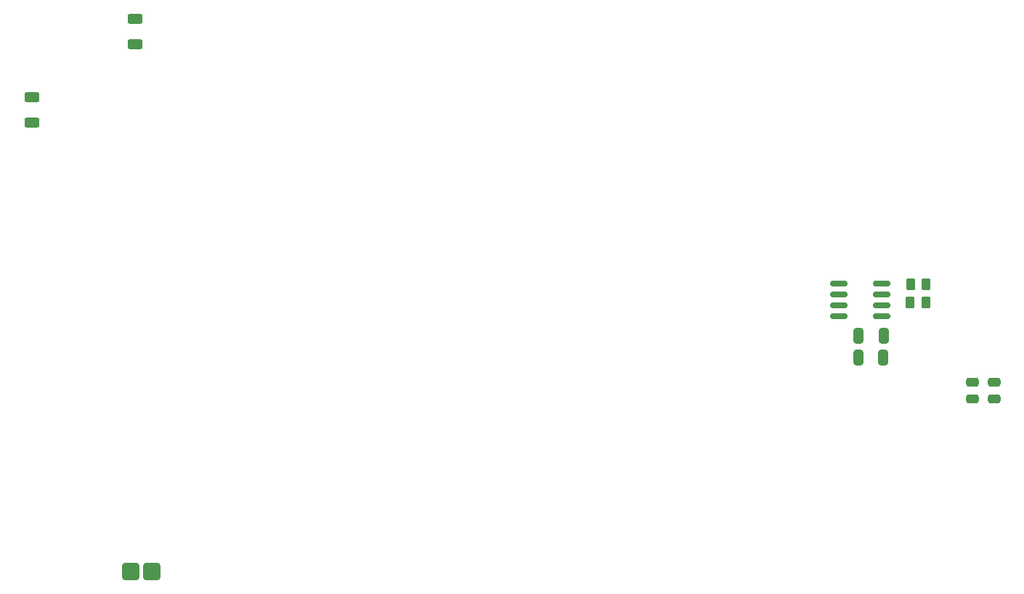
<source format=gbr>
%TF.GenerationSoftware,KiCad,Pcbnew,9.0.5*%
%TF.CreationDate,2025-10-21T17:57:33+02:00*%
%TF.ProjectId,TUNER_KT0936MB9,54554e45-525f-44b5-9430-3933364d4239,rev?*%
%TF.SameCoordinates,Original*%
%TF.FileFunction,Paste,Bot*%
%TF.FilePolarity,Positive*%
%FSLAX46Y46*%
G04 Gerber Fmt 4.6, Leading zero omitted, Abs format (unit mm)*
G04 Created by KiCad (PCBNEW 9.0.5) date 2025-10-21 17:57:33*
%MOMM*%
%LPD*%
G01*
G04 APERTURE LIST*
G04 Aperture macros list*
%AMRoundRect*
0 Rectangle with rounded corners*
0 $1 Rounding radius*
0 $2 $3 $4 $5 $6 $7 $8 $9 X,Y pos of 4 corners*
0 Add a 4 corners polygon primitive as box body*
4,1,4,$2,$3,$4,$5,$6,$7,$8,$9,$2,$3,0*
0 Add four circle primitives for the rounded corners*
1,1,$1+$1,$2,$3*
1,1,$1+$1,$4,$5*
1,1,$1+$1,$6,$7*
1,1,$1+$1,$8,$9*
0 Add four rect primitives between the rounded corners*
20,1,$1+$1,$2,$3,$4,$5,0*
20,1,$1+$1,$4,$5,$6,$7,0*
20,1,$1+$1,$6,$7,$8,$9,0*
20,1,$1+$1,$8,$9,$2,$3,0*%
G04 Aperture macros list end*
%ADD10RoundRect,0.250000X0.625000X-0.312500X0.625000X0.312500X-0.625000X0.312500X-0.625000X-0.312500X0*%
%ADD11RoundRect,0.250000X-0.625000X0.312500X-0.625000X-0.312500X0.625000X-0.312500X0.625000X0.312500X0*%
%ADD12RoundRect,0.250000X-0.475000X0.250000X-0.475000X-0.250000X0.475000X-0.250000X0.475000X0.250000X0*%
%ADD13RoundRect,0.250000X-0.262500X-0.450000X0.262500X-0.450000X0.262500X0.450000X-0.262500X0.450000X0*%
%ADD14RoundRect,0.300000X0.700000X-0.700000X0.700000X0.700000X-0.700000X0.700000X-0.700000X-0.700000X0*%
%ADD15RoundRect,0.150000X-0.825000X-0.150000X0.825000X-0.150000X0.825000X0.150000X-0.825000X0.150000X0*%
%ADD16RoundRect,0.250000X0.325000X0.650000X-0.325000X0.650000X-0.325000X-0.650000X0.325000X-0.650000X0*%
G04 APERTURE END LIST*
D10*
%TO.C,R12*%
X63900000Y-75262500D03*
X63900000Y-72337500D03*
%TD*%
D11*
%TO.C,R15*%
X75950000Y-63187500D03*
X75950000Y-66112500D03*
%TD*%
D12*
%TO.C,C6*%
X173550000Y-105600000D03*
X173550000Y-107500000D03*
%TD*%
%TO.C,C5*%
X176050000Y-105600000D03*
X176050000Y-107500000D03*
%TD*%
D13*
%TO.C,R31*%
X166287500Y-96295000D03*
X168112500Y-96295000D03*
%TD*%
D14*
%TO.C,M3*%
X77900000Y-127650000D03*
X75400000Y-127650000D03*
%TD*%
D15*
%TO.C,U3*%
X157975000Y-97905000D03*
X157975000Y-96635000D03*
X157975000Y-95365000D03*
X157975000Y-94095000D03*
X162925000Y-94095000D03*
X162925000Y-95365000D03*
X162925000Y-96635000D03*
X162925000Y-97905000D03*
%TD*%
D13*
%TO.C,R30*%
X166317500Y-94165000D03*
X168142500Y-94165000D03*
%TD*%
D16*
%TO.C,C22*%
X163185000Y-100155000D03*
X160235000Y-100155000D03*
%TD*%
%TO.C,C21*%
X163175000Y-102700000D03*
X160225000Y-102700000D03*
%TD*%
M02*

</source>
